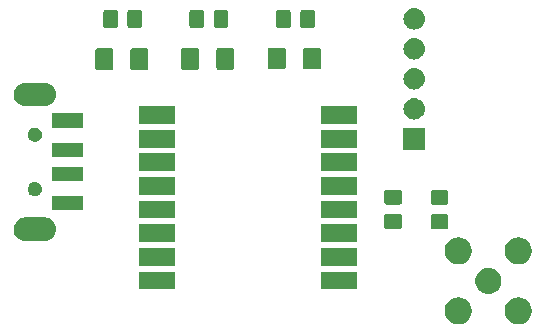
<source format=gts>
G04 #@! TF.GenerationSoftware,KiCad,Pcbnew,(5.1.2)-1*
G04 #@! TF.CreationDate,2020-02-23T20:15:25-05:00*
G04 #@! TF.ProjectId,telemetry_receiver,74656c65-6d65-4747-9279-5f7265636569,rev?*
G04 #@! TF.SameCoordinates,Original*
G04 #@! TF.FileFunction,Soldermask,Top*
G04 #@! TF.FilePolarity,Negative*
%FSLAX46Y46*%
G04 Gerber Fmt 4.6, Leading zero omitted, Abs format (unit mm)*
G04 Created by KiCad (PCBNEW (5.1.2)-1) date 2020-02-23 20:15:25*
%MOMM*%
%LPD*%
G04 APERTURE LIST*
%ADD10C,0.100000*%
G04 APERTURE END LIST*
D10*
G36*
X151245329Y-99968196D02*
G01*
X151356514Y-99990312D01*
X151565983Y-100077077D01*
X151754500Y-100203040D01*
X151914820Y-100363360D01*
X152040783Y-100551877D01*
X152127548Y-100761346D01*
X152171780Y-100983716D01*
X152171780Y-101210444D01*
X152127548Y-101432814D01*
X152040783Y-101642283D01*
X151914820Y-101830800D01*
X151754500Y-101991120D01*
X151565983Y-102117083D01*
X151356514Y-102203848D01*
X151245329Y-102225964D01*
X151134145Y-102248080D01*
X150907415Y-102248080D01*
X150796231Y-102225964D01*
X150685046Y-102203848D01*
X150475577Y-102117083D01*
X150287060Y-101991120D01*
X150126740Y-101830800D01*
X150000777Y-101642283D01*
X149914012Y-101432814D01*
X149869780Y-101210444D01*
X149869780Y-100983716D01*
X149914012Y-100761346D01*
X150000777Y-100551877D01*
X150126740Y-100363360D01*
X150287060Y-100203040D01*
X150475577Y-100077077D01*
X150685046Y-99990312D01*
X150796231Y-99968196D01*
X150907415Y-99946080D01*
X151134145Y-99946080D01*
X151245329Y-99968196D01*
X151245329Y-99968196D01*
G37*
G36*
X146165329Y-99968196D02*
G01*
X146276514Y-99990312D01*
X146485983Y-100077077D01*
X146674500Y-100203040D01*
X146834820Y-100363360D01*
X146960783Y-100551877D01*
X147047548Y-100761346D01*
X147091780Y-100983716D01*
X147091780Y-101210444D01*
X147047548Y-101432814D01*
X146960783Y-101642283D01*
X146834820Y-101830800D01*
X146674500Y-101991120D01*
X146485983Y-102117083D01*
X146276514Y-102203848D01*
X146165329Y-102225964D01*
X146054145Y-102248080D01*
X145827415Y-102248080D01*
X145716231Y-102225964D01*
X145605046Y-102203848D01*
X145395577Y-102117083D01*
X145207060Y-101991120D01*
X145046740Y-101830800D01*
X144920777Y-101642283D01*
X144834012Y-101432814D01*
X144789780Y-101210444D01*
X144789780Y-100983716D01*
X144834012Y-100761346D01*
X144920777Y-100551877D01*
X145046740Y-100363360D01*
X145207060Y-100203040D01*
X145395577Y-100077077D01*
X145605046Y-99990312D01*
X145716231Y-99968196D01*
X145827415Y-99946080D01*
X146054145Y-99946080D01*
X146165329Y-99968196D01*
X146165329Y-99968196D01*
G37*
G36*
X148695574Y-97477235D02*
G01*
X148801930Y-97498391D01*
X148902114Y-97539889D01*
X149002300Y-97581387D01*
X149182624Y-97701875D01*
X149335985Y-97855236D01*
X149456473Y-98035560D01*
X149539469Y-98235931D01*
X149581780Y-98448640D01*
X149581780Y-98665520D01*
X149539469Y-98878229D01*
X149456473Y-99078600D01*
X149335985Y-99258924D01*
X149182624Y-99412285D01*
X149002300Y-99532773D01*
X148801930Y-99615769D01*
X148695574Y-99636925D01*
X148589220Y-99658080D01*
X148372340Y-99658080D01*
X148265986Y-99636925D01*
X148159630Y-99615769D01*
X148059446Y-99574271D01*
X147959260Y-99532773D01*
X147778936Y-99412285D01*
X147625575Y-99258924D01*
X147505087Y-99078600D01*
X147422091Y-98878229D01*
X147379780Y-98665520D01*
X147379780Y-98448640D01*
X147422091Y-98235931D01*
X147505087Y-98035560D01*
X147625575Y-97855236D01*
X147778936Y-97701875D01*
X147959260Y-97581387D01*
X148059446Y-97539889D01*
X148159630Y-97498391D01*
X148265986Y-97477235D01*
X148372340Y-97456080D01*
X148589220Y-97456080D01*
X148695574Y-97477235D01*
X148695574Y-97477235D01*
G37*
G36*
X121968600Y-99267200D02*
G01*
X118866600Y-99267200D01*
X118866600Y-97765200D01*
X121968600Y-97765200D01*
X121968600Y-99267200D01*
X121968600Y-99267200D01*
G37*
G36*
X137368600Y-99267200D02*
G01*
X134266600Y-99267200D01*
X134266600Y-97765200D01*
X137368600Y-97765200D01*
X137368600Y-99267200D01*
X137368600Y-99267200D01*
G37*
G36*
X121968600Y-97267200D02*
G01*
X118866600Y-97267200D01*
X118866600Y-95765200D01*
X121968600Y-95765200D01*
X121968600Y-97267200D01*
X121968600Y-97267200D01*
G37*
G36*
X137368600Y-97267200D02*
G01*
X134266600Y-97267200D01*
X134266600Y-95765200D01*
X137368600Y-95765200D01*
X137368600Y-97267200D01*
X137368600Y-97267200D01*
G37*
G36*
X146165329Y-94888196D02*
G01*
X146276514Y-94910312D01*
X146485983Y-94997077D01*
X146674500Y-95123040D01*
X146834820Y-95283360D01*
X146960783Y-95471877D01*
X147047548Y-95681346D01*
X147091780Y-95903716D01*
X147091780Y-96130444D01*
X147047548Y-96352814D01*
X146960783Y-96562283D01*
X146834820Y-96750800D01*
X146674500Y-96911120D01*
X146485983Y-97037083D01*
X146276514Y-97123848D01*
X146165329Y-97145964D01*
X146054145Y-97168080D01*
X145827415Y-97168080D01*
X145716231Y-97145964D01*
X145605046Y-97123848D01*
X145395577Y-97037083D01*
X145207060Y-96911120D01*
X145046740Y-96750800D01*
X144920777Y-96562283D01*
X144834012Y-96352814D01*
X144789780Y-96130444D01*
X144789780Y-95903716D01*
X144834012Y-95681346D01*
X144920777Y-95471877D01*
X145046740Y-95283360D01*
X145207060Y-95123040D01*
X145395577Y-94997077D01*
X145605046Y-94910312D01*
X145716231Y-94888196D01*
X145827415Y-94866080D01*
X146054145Y-94866080D01*
X146165329Y-94888196D01*
X146165329Y-94888196D01*
G37*
G36*
X151245329Y-94888196D02*
G01*
X151356514Y-94910312D01*
X151565983Y-94997077D01*
X151754500Y-95123040D01*
X151914820Y-95283360D01*
X152040783Y-95471877D01*
X152127548Y-95681346D01*
X152171780Y-95903716D01*
X152171780Y-96130444D01*
X152127548Y-96352814D01*
X152040783Y-96562283D01*
X151914820Y-96750800D01*
X151754500Y-96911120D01*
X151565983Y-97037083D01*
X151356514Y-97123848D01*
X151245329Y-97145964D01*
X151134145Y-97168080D01*
X150907415Y-97168080D01*
X150796231Y-97145964D01*
X150685046Y-97123848D01*
X150475577Y-97037083D01*
X150287060Y-96911120D01*
X150126740Y-96750800D01*
X150000777Y-96562283D01*
X149914012Y-96352814D01*
X149869780Y-96130444D01*
X149869780Y-95903716D01*
X149914012Y-95681346D01*
X150000777Y-95471877D01*
X150126740Y-95283360D01*
X150287060Y-95123040D01*
X150475577Y-94997077D01*
X150685046Y-94910312D01*
X150796231Y-94888196D01*
X150907415Y-94866080D01*
X151134145Y-94866080D01*
X151245329Y-94888196D01*
X151245329Y-94888196D01*
G37*
G36*
X121968600Y-95267200D02*
G01*
X118866600Y-95267200D01*
X118866600Y-93765200D01*
X121968600Y-93765200D01*
X121968600Y-95267200D01*
X121968600Y-95267200D01*
G37*
G36*
X137368600Y-95267200D02*
G01*
X134266600Y-95267200D01*
X134266600Y-93765200D01*
X137368600Y-93765200D01*
X137368600Y-95267200D01*
X137368600Y-95267200D01*
G37*
G36*
X111079828Y-93192083D02*
G01*
X111268522Y-93249323D01*
X111442415Y-93342271D01*
X111594839Y-93467361D01*
X111719929Y-93619785D01*
X111812877Y-93793678D01*
X111870117Y-93982372D01*
X111889443Y-94178600D01*
X111870117Y-94374828D01*
X111812877Y-94563522D01*
X111719929Y-94737415D01*
X111594839Y-94889839D01*
X111442415Y-95014929D01*
X111268522Y-95107877D01*
X111079828Y-95165117D01*
X110932775Y-95179600D01*
X109234425Y-95179600D01*
X109087372Y-95165117D01*
X108898678Y-95107877D01*
X108724785Y-95014929D01*
X108572361Y-94889839D01*
X108447271Y-94737415D01*
X108354323Y-94563522D01*
X108297083Y-94374828D01*
X108277757Y-94178600D01*
X108297083Y-93982372D01*
X108354323Y-93793678D01*
X108447271Y-93619785D01*
X108572361Y-93467361D01*
X108724785Y-93342271D01*
X108898678Y-93249323D01*
X109087372Y-93192083D01*
X109234425Y-93177600D01*
X110932775Y-93177600D01*
X111079828Y-93192083D01*
X111079828Y-93192083D01*
G37*
G36*
X144936874Y-92910265D02*
G01*
X144974567Y-92921699D01*
X145009303Y-92940266D01*
X145039748Y-92965252D01*
X145064734Y-92995697D01*
X145083301Y-93030433D01*
X145094735Y-93068126D01*
X145099200Y-93113461D01*
X145099200Y-93950139D01*
X145094735Y-93995474D01*
X145083301Y-94033167D01*
X145064734Y-94067903D01*
X145039748Y-94098348D01*
X145009303Y-94123334D01*
X144974567Y-94141901D01*
X144936874Y-94153335D01*
X144891539Y-94157800D01*
X143804861Y-94157800D01*
X143759526Y-94153335D01*
X143721833Y-94141901D01*
X143687097Y-94123334D01*
X143656652Y-94098348D01*
X143631666Y-94067903D01*
X143613099Y-94033167D01*
X143601665Y-93995474D01*
X143597200Y-93950139D01*
X143597200Y-93113461D01*
X143601665Y-93068126D01*
X143613099Y-93030433D01*
X143631666Y-92995697D01*
X143656652Y-92965252D01*
X143687097Y-92940266D01*
X143721833Y-92921699D01*
X143759526Y-92910265D01*
X143804861Y-92905800D01*
X144891539Y-92905800D01*
X144936874Y-92910265D01*
X144936874Y-92910265D01*
G37*
G36*
X140999874Y-92893865D02*
G01*
X141037567Y-92905299D01*
X141072303Y-92923866D01*
X141102748Y-92948852D01*
X141127734Y-92979297D01*
X141146301Y-93014033D01*
X141157735Y-93051726D01*
X141162200Y-93097061D01*
X141162200Y-93933739D01*
X141157735Y-93979074D01*
X141146301Y-94016767D01*
X141127734Y-94051503D01*
X141102748Y-94081948D01*
X141072303Y-94106934D01*
X141037567Y-94125501D01*
X140999874Y-94136935D01*
X140954539Y-94141400D01*
X139867861Y-94141400D01*
X139822526Y-94136935D01*
X139784833Y-94125501D01*
X139750097Y-94106934D01*
X139719652Y-94081948D01*
X139694666Y-94051503D01*
X139676099Y-94016767D01*
X139664665Y-93979074D01*
X139660200Y-93933739D01*
X139660200Y-93097061D01*
X139664665Y-93051726D01*
X139676099Y-93014033D01*
X139694666Y-92979297D01*
X139719652Y-92948852D01*
X139750097Y-92923866D01*
X139784833Y-92905299D01*
X139822526Y-92893865D01*
X139867861Y-92889400D01*
X140954539Y-92889400D01*
X140999874Y-92893865D01*
X140999874Y-92893865D01*
G37*
G36*
X137368600Y-93267200D02*
G01*
X134266600Y-93267200D01*
X134266600Y-91765200D01*
X137368600Y-91765200D01*
X137368600Y-93267200D01*
X137368600Y-93267200D01*
G37*
G36*
X121968600Y-93267200D02*
G01*
X118866600Y-93267200D01*
X118866600Y-91765200D01*
X121968600Y-91765200D01*
X121968600Y-93267200D01*
X121968600Y-93267200D01*
G37*
G36*
X114134600Y-92579600D02*
G01*
X111532600Y-92579600D01*
X111532600Y-91377600D01*
X114134600Y-91377600D01*
X114134600Y-92579600D01*
X114134600Y-92579600D01*
G37*
G36*
X144936874Y-90860265D02*
G01*
X144974567Y-90871699D01*
X145009303Y-90890266D01*
X145039748Y-90915252D01*
X145064734Y-90945697D01*
X145083301Y-90980433D01*
X145094735Y-91018126D01*
X145099200Y-91063461D01*
X145099200Y-91900139D01*
X145094735Y-91945474D01*
X145083301Y-91983167D01*
X145064734Y-92017903D01*
X145039748Y-92048348D01*
X145009303Y-92073334D01*
X144974567Y-92091901D01*
X144936874Y-92103335D01*
X144891539Y-92107800D01*
X143804861Y-92107800D01*
X143759526Y-92103335D01*
X143721833Y-92091901D01*
X143687097Y-92073334D01*
X143656652Y-92048348D01*
X143631666Y-92017903D01*
X143613099Y-91983167D01*
X143601665Y-91945474D01*
X143597200Y-91900139D01*
X143597200Y-91063461D01*
X143601665Y-91018126D01*
X143613099Y-90980433D01*
X143631666Y-90945697D01*
X143656652Y-90915252D01*
X143687097Y-90890266D01*
X143721833Y-90871699D01*
X143759526Y-90860265D01*
X143804861Y-90855800D01*
X144891539Y-90855800D01*
X144936874Y-90860265D01*
X144936874Y-90860265D01*
G37*
G36*
X140999874Y-90843865D02*
G01*
X141037567Y-90855299D01*
X141072303Y-90873866D01*
X141102748Y-90898852D01*
X141127734Y-90929297D01*
X141146301Y-90964033D01*
X141157735Y-91001726D01*
X141162200Y-91047061D01*
X141162200Y-91883739D01*
X141157735Y-91929074D01*
X141146301Y-91966767D01*
X141127734Y-92001503D01*
X141102748Y-92031948D01*
X141072303Y-92056934D01*
X141037567Y-92075501D01*
X140999874Y-92086935D01*
X140954539Y-92091400D01*
X139867861Y-92091400D01*
X139822526Y-92086935D01*
X139784833Y-92075501D01*
X139750097Y-92056934D01*
X139719652Y-92031948D01*
X139694666Y-92001503D01*
X139676099Y-91966767D01*
X139664665Y-91929074D01*
X139660200Y-91883739D01*
X139660200Y-91047061D01*
X139664665Y-91001726D01*
X139676099Y-90964033D01*
X139694666Y-90929297D01*
X139719652Y-90898852D01*
X139750097Y-90873866D01*
X139784833Y-90855299D01*
X139822526Y-90843865D01*
X139867861Y-90839400D01*
X140954539Y-90839400D01*
X140999874Y-90843865D01*
X140999874Y-90843865D01*
G37*
G36*
X110220201Y-90192997D02*
G01*
X110258905Y-90200696D01*
X110290940Y-90213965D01*
X110368280Y-90246000D01*
X110466715Y-90311773D01*
X110550427Y-90395485D01*
X110616200Y-90493920D01*
X110661504Y-90603296D01*
X110684600Y-90719405D01*
X110684600Y-90837795D01*
X110661504Y-90953904D01*
X110616200Y-91063280D01*
X110550427Y-91161715D01*
X110466715Y-91245427D01*
X110368280Y-91311200D01*
X110290940Y-91343235D01*
X110258905Y-91356504D01*
X110220201Y-91364203D01*
X110142795Y-91379600D01*
X110024405Y-91379600D01*
X109946999Y-91364203D01*
X109908295Y-91356504D01*
X109876260Y-91343235D01*
X109798920Y-91311200D01*
X109700485Y-91245427D01*
X109616773Y-91161715D01*
X109551000Y-91063280D01*
X109505696Y-90953904D01*
X109482600Y-90837795D01*
X109482600Y-90719405D01*
X109505696Y-90603296D01*
X109551000Y-90493920D01*
X109616773Y-90395485D01*
X109700485Y-90311773D01*
X109798920Y-90246000D01*
X109876260Y-90213965D01*
X109908295Y-90200696D01*
X109946999Y-90192997D01*
X110024405Y-90177600D01*
X110142795Y-90177600D01*
X110220201Y-90192997D01*
X110220201Y-90192997D01*
G37*
G36*
X137368600Y-91267200D02*
G01*
X134266600Y-91267200D01*
X134266600Y-89765200D01*
X137368600Y-89765200D01*
X137368600Y-91267200D01*
X137368600Y-91267200D01*
G37*
G36*
X121968600Y-91267200D02*
G01*
X118866600Y-91267200D01*
X118866600Y-89765200D01*
X121968600Y-89765200D01*
X121968600Y-91267200D01*
X121968600Y-91267200D01*
G37*
G36*
X114134600Y-90079600D02*
G01*
X111532600Y-90079600D01*
X111532600Y-88877600D01*
X114134600Y-88877600D01*
X114134600Y-90079600D01*
X114134600Y-90079600D01*
G37*
G36*
X121968600Y-89267200D02*
G01*
X118866600Y-89267200D01*
X118866600Y-87765200D01*
X121968600Y-87765200D01*
X121968600Y-89267200D01*
X121968600Y-89267200D01*
G37*
G36*
X137368600Y-89267200D02*
G01*
X134266600Y-89267200D01*
X134266600Y-87765200D01*
X137368600Y-87765200D01*
X137368600Y-89267200D01*
X137368600Y-89267200D01*
G37*
G36*
X114134600Y-88079600D02*
G01*
X111532600Y-88079600D01*
X111532600Y-86877600D01*
X114134600Y-86877600D01*
X114134600Y-88079600D01*
X114134600Y-88079600D01*
G37*
G36*
X143090200Y-87438800D02*
G01*
X141288200Y-87438800D01*
X141288200Y-85636800D01*
X143090200Y-85636800D01*
X143090200Y-87438800D01*
X143090200Y-87438800D01*
G37*
G36*
X121968600Y-87267200D02*
G01*
X118866600Y-87267200D01*
X118866600Y-85765200D01*
X121968600Y-85765200D01*
X121968600Y-87267200D01*
X121968600Y-87267200D01*
G37*
G36*
X137368600Y-87267200D02*
G01*
X134266600Y-87267200D01*
X134266600Y-85765200D01*
X137368600Y-85765200D01*
X137368600Y-87267200D01*
X137368600Y-87267200D01*
G37*
G36*
X110220201Y-85592997D02*
G01*
X110258905Y-85600696D01*
X110290940Y-85613965D01*
X110368280Y-85646000D01*
X110466715Y-85711773D01*
X110550427Y-85795485D01*
X110616200Y-85893920D01*
X110661504Y-86003296D01*
X110684600Y-86119405D01*
X110684600Y-86237795D01*
X110661504Y-86353904D01*
X110616200Y-86463280D01*
X110550427Y-86561715D01*
X110466715Y-86645427D01*
X110368280Y-86711200D01*
X110290940Y-86743235D01*
X110258905Y-86756504D01*
X110220201Y-86764203D01*
X110142795Y-86779600D01*
X110024405Y-86779600D01*
X109946999Y-86764203D01*
X109908295Y-86756504D01*
X109876260Y-86743235D01*
X109798920Y-86711200D01*
X109700485Y-86645427D01*
X109616773Y-86561715D01*
X109551000Y-86463280D01*
X109505696Y-86353904D01*
X109482600Y-86237795D01*
X109482600Y-86119405D01*
X109505696Y-86003296D01*
X109551000Y-85893920D01*
X109616773Y-85795485D01*
X109700485Y-85711773D01*
X109798920Y-85646000D01*
X109876260Y-85613965D01*
X109908295Y-85600696D01*
X109946999Y-85592997D01*
X110024405Y-85577600D01*
X110142795Y-85577600D01*
X110220201Y-85592997D01*
X110220201Y-85592997D01*
G37*
G36*
X114134600Y-85579600D02*
G01*
X111532600Y-85579600D01*
X111532600Y-84377600D01*
X114134600Y-84377600D01*
X114134600Y-85579600D01*
X114134600Y-85579600D01*
G37*
G36*
X137368600Y-85267200D02*
G01*
X134266600Y-85267200D01*
X134266600Y-83765200D01*
X137368600Y-83765200D01*
X137368600Y-85267200D01*
X137368600Y-85267200D01*
G37*
G36*
X121968600Y-85267200D02*
G01*
X118866600Y-85267200D01*
X118866600Y-83765200D01*
X121968600Y-83765200D01*
X121968600Y-85267200D01*
X121968600Y-85267200D01*
G37*
G36*
X142299642Y-83103318D02*
G01*
X142365827Y-83109837D01*
X142535666Y-83161357D01*
X142535668Y-83161358D01*
X142613928Y-83203189D01*
X142692191Y-83245022D01*
X142727929Y-83274352D01*
X142829386Y-83357614D01*
X142912648Y-83459071D01*
X142941978Y-83494809D01*
X143025643Y-83651334D01*
X143077163Y-83821173D01*
X143094559Y-83997800D01*
X143077163Y-84174427D01*
X143025643Y-84344266D01*
X143025642Y-84344268D01*
X142983811Y-84422528D01*
X142941978Y-84500791D01*
X142912648Y-84536529D01*
X142829386Y-84637986D01*
X142727929Y-84721248D01*
X142692191Y-84750578D01*
X142535666Y-84834243D01*
X142365827Y-84885763D01*
X142299642Y-84892282D01*
X142233460Y-84898800D01*
X142144940Y-84898800D01*
X142078758Y-84892282D01*
X142012573Y-84885763D01*
X141842734Y-84834243D01*
X141686209Y-84750578D01*
X141650471Y-84721248D01*
X141549014Y-84637986D01*
X141465752Y-84536529D01*
X141436422Y-84500791D01*
X141394590Y-84422529D01*
X141352758Y-84344268D01*
X141352757Y-84344266D01*
X141301237Y-84174427D01*
X141283841Y-83997800D01*
X141301237Y-83821173D01*
X141352757Y-83651334D01*
X141436422Y-83494809D01*
X141465752Y-83459071D01*
X141549014Y-83357614D01*
X141650471Y-83274352D01*
X141686209Y-83245022D01*
X141764472Y-83203189D01*
X141842732Y-83161358D01*
X141842734Y-83161357D01*
X142012573Y-83109837D01*
X142078758Y-83103318D01*
X142144940Y-83096800D01*
X142233460Y-83096800D01*
X142299642Y-83103318D01*
X142299642Y-83103318D01*
G37*
G36*
X111079828Y-81792083D02*
G01*
X111268522Y-81849323D01*
X111442415Y-81942271D01*
X111594839Y-82067361D01*
X111719929Y-82219785D01*
X111812877Y-82393678D01*
X111870117Y-82582372D01*
X111889443Y-82778600D01*
X111870117Y-82974828D01*
X111870116Y-82974830D01*
X111813534Y-83161358D01*
X111812877Y-83163522D01*
X111719929Y-83337415D01*
X111594839Y-83489839D01*
X111442415Y-83614929D01*
X111268522Y-83707877D01*
X111079828Y-83765117D01*
X110932775Y-83779600D01*
X109234425Y-83779600D01*
X109087372Y-83765117D01*
X108898678Y-83707877D01*
X108724785Y-83614929D01*
X108572361Y-83489839D01*
X108447271Y-83337415D01*
X108354323Y-83163522D01*
X108353667Y-83161358D01*
X108297084Y-82974830D01*
X108297083Y-82974828D01*
X108277757Y-82778600D01*
X108297083Y-82582372D01*
X108354323Y-82393678D01*
X108447271Y-82219785D01*
X108572361Y-82067361D01*
X108724785Y-81942271D01*
X108898678Y-81849323D01*
X109087372Y-81792083D01*
X109234425Y-81777600D01*
X110932775Y-81777600D01*
X111079828Y-81792083D01*
X111079828Y-81792083D01*
G37*
G36*
X142295789Y-80562939D02*
G01*
X142365827Y-80569837D01*
X142535666Y-80621357D01*
X142535668Y-80621358D01*
X142601601Y-80656600D01*
X142692191Y-80705022D01*
X142727929Y-80734352D01*
X142829386Y-80817614D01*
X142912648Y-80919071D01*
X142941978Y-80954809D01*
X143025643Y-81111334D01*
X143077163Y-81281173D01*
X143094559Y-81457800D01*
X143077163Y-81634427D01*
X143025643Y-81804266D01*
X142941978Y-81960791D01*
X142912648Y-81996529D01*
X142829386Y-82097986D01*
X142727929Y-82181248D01*
X142692191Y-82210578D01*
X142535666Y-82294243D01*
X142365827Y-82345763D01*
X142299642Y-82352282D01*
X142233460Y-82358800D01*
X142144940Y-82358800D01*
X142078758Y-82352282D01*
X142012573Y-82345763D01*
X141842734Y-82294243D01*
X141686209Y-82210578D01*
X141650471Y-82181248D01*
X141549014Y-82097986D01*
X141465752Y-81996529D01*
X141436422Y-81960791D01*
X141352757Y-81804266D01*
X141301237Y-81634427D01*
X141283841Y-81457800D01*
X141301237Y-81281173D01*
X141352757Y-81111334D01*
X141436422Y-80954809D01*
X141465752Y-80919071D01*
X141549014Y-80817614D01*
X141650471Y-80734352D01*
X141686209Y-80705022D01*
X141776799Y-80656600D01*
X141842732Y-80621358D01*
X141842734Y-80621357D01*
X142012573Y-80569837D01*
X142082611Y-80562939D01*
X142144940Y-80556800D01*
X142233460Y-80556800D01*
X142295789Y-80562939D01*
X142295789Y-80562939D01*
G37*
G36*
X116564062Y-78859581D02*
G01*
X116598981Y-78870174D01*
X116631163Y-78887376D01*
X116659373Y-78910527D01*
X116682524Y-78938737D01*
X116699726Y-78970919D01*
X116710319Y-79005838D01*
X116714500Y-79048295D01*
X116714500Y-80514505D01*
X116710319Y-80556962D01*
X116699726Y-80591881D01*
X116682524Y-80624063D01*
X116659373Y-80652273D01*
X116631163Y-80675424D01*
X116598981Y-80692626D01*
X116564062Y-80703219D01*
X116521605Y-80707400D01*
X115380395Y-80707400D01*
X115337938Y-80703219D01*
X115303019Y-80692626D01*
X115270837Y-80675424D01*
X115242627Y-80652273D01*
X115219476Y-80624063D01*
X115202274Y-80591881D01*
X115191681Y-80556962D01*
X115187500Y-80514505D01*
X115187500Y-79048295D01*
X115191681Y-79005838D01*
X115202274Y-78970919D01*
X115219476Y-78938737D01*
X115242627Y-78910527D01*
X115270837Y-78887376D01*
X115303019Y-78870174D01*
X115337938Y-78859581D01*
X115380395Y-78855400D01*
X116521605Y-78855400D01*
X116564062Y-78859581D01*
X116564062Y-78859581D01*
G37*
G36*
X119539062Y-78859581D02*
G01*
X119573981Y-78870174D01*
X119606163Y-78887376D01*
X119634373Y-78910527D01*
X119657524Y-78938737D01*
X119674726Y-78970919D01*
X119685319Y-79005838D01*
X119689500Y-79048295D01*
X119689500Y-80514505D01*
X119685319Y-80556962D01*
X119674726Y-80591881D01*
X119657524Y-80624063D01*
X119634373Y-80652273D01*
X119606163Y-80675424D01*
X119573981Y-80692626D01*
X119539062Y-80703219D01*
X119496605Y-80707400D01*
X118355395Y-80707400D01*
X118312938Y-80703219D01*
X118278019Y-80692626D01*
X118245837Y-80675424D01*
X118217627Y-80652273D01*
X118194476Y-80624063D01*
X118177274Y-80591881D01*
X118166681Y-80556962D01*
X118162500Y-80514505D01*
X118162500Y-79048295D01*
X118166681Y-79005838D01*
X118177274Y-78970919D01*
X118194476Y-78938737D01*
X118217627Y-78910527D01*
X118245837Y-78887376D01*
X118278019Y-78870174D01*
X118312938Y-78859581D01*
X118355395Y-78855400D01*
X119496605Y-78855400D01*
X119539062Y-78859581D01*
X119539062Y-78859581D01*
G37*
G36*
X126828862Y-78834181D02*
G01*
X126863781Y-78844774D01*
X126895963Y-78861976D01*
X126924173Y-78885127D01*
X126947324Y-78913337D01*
X126964526Y-78945519D01*
X126975119Y-78980438D01*
X126979300Y-79022895D01*
X126979300Y-80489105D01*
X126975119Y-80531562D01*
X126964526Y-80566481D01*
X126947324Y-80598663D01*
X126924173Y-80626873D01*
X126895963Y-80650024D01*
X126863781Y-80667226D01*
X126828862Y-80677819D01*
X126786405Y-80682000D01*
X125645195Y-80682000D01*
X125602738Y-80677819D01*
X125567819Y-80667226D01*
X125535637Y-80650024D01*
X125507427Y-80626873D01*
X125484276Y-80598663D01*
X125467074Y-80566481D01*
X125456481Y-80531562D01*
X125452300Y-80489105D01*
X125452300Y-79022895D01*
X125456481Y-78980438D01*
X125467074Y-78945519D01*
X125484276Y-78913337D01*
X125507427Y-78885127D01*
X125535637Y-78861976D01*
X125567819Y-78844774D01*
X125602738Y-78834181D01*
X125645195Y-78830000D01*
X126786405Y-78830000D01*
X126828862Y-78834181D01*
X126828862Y-78834181D01*
G37*
G36*
X123853862Y-78834181D02*
G01*
X123888781Y-78844774D01*
X123920963Y-78861976D01*
X123949173Y-78885127D01*
X123972324Y-78913337D01*
X123989526Y-78945519D01*
X124000119Y-78980438D01*
X124004300Y-79022895D01*
X124004300Y-80489105D01*
X124000119Y-80531562D01*
X123989526Y-80566481D01*
X123972324Y-80598663D01*
X123949173Y-80626873D01*
X123920963Y-80650024D01*
X123888781Y-80667226D01*
X123853862Y-80677819D01*
X123811405Y-80682000D01*
X122670195Y-80682000D01*
X122627738Y-80677819D01*
X122592819Y-80667226D01*
X122560637Y-80650024D01*
X122532427Y-80626873D01*
X122509276Y-80598663D01*
X122492074Y-80566481D01*
X122481481Y-80531562D01*
X122477300Y-80489105D01*
X122477300Y-79022895D01*
X122481481Y-78980438D01*
X122492074Y-78945519D01*
X122509276Y-78913337D01*
X122532427Y-78885127D01*
X122560637Y-78861976D01*
X122592819Y-78844774D01*
X122627738Y-78834181D01*
X122670195Y-78830000D01*
X123811405Y-78830000D01*
X123853862Y-78834181D01*
X123853862Y-78834181D01*
G37*
G36*
X134155162Y-78808781D02*
G01*
X134190081Y-78819374D01*
X134222263Y-78836576D01*
X134250473Y-78859727D01*
X134273624Y-78887937D01*
X134290826Y-78920119D01*
X134301419Y-78955038D01*
X134305600Y-78997495D01*
X134305600Y-80463705D01*
X134301419Y-80506162D01*
X134290826Y-80541081D01*
X134273624Y-80573263D01*
X134250473Y-80601473D01*
X134222263Y-80624624D01*
X134190081Y-80641826D01*
X134155162Y-80652419D01*
X134112705Y-80656600D01*
X132971495Y-80656600D01*
X132929038Y-80652419D01*
X132894119Y-80641826D01*
X132861937Y-80624624D01*
X132833727Y-80601473D01*
X132810576Y-80573263D01*
X132793374Y-80541081D01*
X132782781Y-80506162D01*
X132778600Y-80463705D01*
X132778600Y-78997495D01*
X132782781Y-78955038D01*
X132793374Y-78920119D01*
X132810576Y-78887937D01*
X132833727Y-78859727D01*
X132861937Y-78836576D01*
X132894119Y-78819374D01*
X132929038Y-78808781D01*
X132971495Y-78804600D01*
X134112705Y-78804600D01*
X134155162Y-78808781D01*
X134155162Y-78808781D01*
G37*
G36*
X131180162Y-78808781D02*
G01*
X131215081Y-78819374D01*
X131247263Y-78836576D01*
X131275473Y-78859727D01*
X131298624Y-78887937D01*
X131315826Y-78920119D01*
X131326419Y-78955038D01*
X131330600Y-78997495D01*
X131330600Y-80463705D01*
X131326419Y-80506162D01*
X131315826Y-80541081D01*
X131298624Y-80573263D01*
X131275473Y-80601473D01*
X131247263Y-80624624D01*
X131215081Y-80641826D01*
X131180162Y-80652419D01*
X131137705Y-80656600D01*
X129996495Y-80656600D01*
X129954038Y-80652419D01*
X129919119Y-80641826D01*
X129886937Y-80624624D01*
X129858727Y-80601473D01*
X129835576Y-80573263D01*
X129818374Y-80541081D01*
X129807781Y-80506162D01*
X129803600Y-80463705D01*
X129803600Y-78997495D01*
X129807781Y-78955038D01*
X129818374Y-78920119D01*
X129835576Y-78887937D01*
X129858727Y-78859727D01*
X129886937Y-78836576D01*
X129919119Y-78819374D01*
X129954038Y-78808781D01*
X129996495Y-78804600D01*
X131137705Y-78804600D01*
X131180162Y-78808781D01*
X131180162Y-78808781D01*
G37*
G36*
X142299643Y-78023319D02*
G01*
X142365827Y-78029837D01*
X142535666Y-78081357D01*
X142692191Y-78165022D01*
X142727929Y-78194352D01*
X142829386Y-78277614D01*
X142912648Y-78379071D01*
X142941978Y-78414809D01*
X143025643Y-78571334D01*
X143077163Y-78741173D01*
X143094559Y-78917800D01*
X143077163Y-79094427D01*
X143025643Y-79264266D01*
X142941978Y-79420791D01*
X142912648Y-79456529D01*
X142829386Y-79557986D01*
X142727929Y-79641248D01*
X142692191Y-79670578D01*
X142535666Y-79754243D01*
X142365827Y-79805763D01*
X142299642Y-79812282D01*
X142233460Y-79818800D01*
X142144940Y-79818800D01*
X142078758Y-79812282D01*
X142012573Y-79805763D01*
X141842734Y-79754243D01*
X141686209Y-79670578D01*
X141650471Y-79641248D01*
X141549014Y-79557986D01*
X141465752Y-79456529D01*
X141436422Y-79420791D01*
X141352757Y-79264266D01*
X141301237Y-79094427D01*
X141283841Y-78917800D01*
X141301237Y-78741173D01*
X141352757Y-78571334D01*
X141436422Y-78414809D01*
X141465752Y-78379071D01*
X141549014Y-78277614D01*
X141650471Y-78194352D01*
X141686209Y-78165022D01*
X141842734Y-78081357D01*
X142012573Y-78029837D01*
X142078757Y-78023319D01*
X142144940Y-78016800D01*
X142233460Y-78016800D01*
X142299643Y-78023319D01*
X142299643Y-78023319D01*
G37*
G36*
X142299642Y-75483318D02*
G01*
X142365827Y-75489837D01*
X142535666Y-75541357D01*
X142692191Y-75625022D01*
X142700730Y-75632030D01*
X142829386Y-75737614D01*
X142908865Y-75834461D01*
X142941978Y-75874809D01*
X143025643Y-76031334D01*
X143077163Y-76201173D01*
X143094559Y-76377800D01*
X143077163Y-76554427D01*
X143025643Y-76724266D01*
X142941978Y-76880791D01*
X142918232Y-76909725D01*
X142829386Y-77017986D01*
X142750249Y-77082931D01*
X142692191Y-77130578D01*
X142535666Y-77214243D01*
X142365827Y-77265763D01*
X142299643Y-77272281D01*
X142233460Y-77278800D01*
X142144940Y-77278800D01*
X142078757Y-77272281D01*
X142012573Y-77265763D01*
X141842734Y-77214243D01*
X141686209Y-77130578D01*
X141628151Y-77082931D01*
X141549014Y-77017986D01*
X141460168Y-76909725D01*
X141436422Y-76880791D01*
X141352757Y-76724266D01*
X141301237Y-76554427D01*
X141283841Y-76377800D01*
X141301237Y-76201173D01*
X141352757Y-76031334D01*
X141436422Y-75874809D01*
X141469535Y-75834461D01*
X141549014Y-75737614D01*
X141677670Y-75632030D01*
X141686209Y-75625022D01*
X141842734Y-75541357D01*
X142012573Y-75489837D01*
X142078758Y-75483318D01*
X142144940Y-75476800D01*
X142233460Y-75476800D01*
X142299642Y-75483318D01*
X142299642Y-75483318D01*
G37*
G36*
X131578474Y-75631265D02*
G01*
X131616167Y-75642699D01*
X131650903Y-75661266D01*
X131681348Y-75686252D01*
X131706334Y-75716697D01*
X131724901Y-75751433D01*
X131736335Y-75789126D01*
X131740800Y-75834461D01*
X131740800Y-76921139D01*
X131736335Y-76966474D01*
X131724901Y-77004167D01*
X131706334Y-77038903D01*
X131681348Y-77069348D01*
X131650903Y-77094334D01*
X131616167Y-77112901D01*
X131578474Y-77124335D01*
X131533139Y-77128800D01*
X130696461Y-77128800D01*
X130651126Y-77124335D01*
X130613433Y-77112901D01*
X130578697Y-77094334D01*
X130548252Y-77069348D01*
X130523266Y-77038903D01*
X130504699Y-77004167D01*
X130493265Y-76966474D01*
X130488800Y-76921139D01*
X130488800Y-75834461D01*
X130493265Y-75789126D01*
X130504699Y-75751433D01*
X130523266Y-75716697D01*
X130548252Y-75686252D01*
X130578697Y-75661266D01*
X130613433Y-75642699D01*
X130651126Y-75631265D01*
X130696461Y-75626800D01*
X131533139Y-75626800D01*
X131578474Y-75631265D01*
X131578474Y-75631265D01*
G37*
G36*
X133628474Y-75631265D02*
G01*
X133666167Y-75642699D01*
X133700903Y-75661266D01*
X133731348Y-75686252D01*
X133756334Y-75716697D01*
X133774901Y-75751433D01*
X133786335Y-75789126D01*
X133790800Y-75834461D01*
X133790800Y-76921139D01*
X133786335Y-76966474D01*
X133774901Y-77004167D01*
X133756334Y-77038903D01*
X133731348Y-77069348D01*
X133700903Y-77094334D01*
X133666167Y-77112901D01*
X133628474Y-77124335D01*
X133583139Y-77128800D01*
X132746461Y-77128800D01*
X132701126Y-77124335D01*
X132663433Y-77112901D01*
X132628697Y-77094334D01*
X132598252Y-77069348D01*
X132573266Y-77038903D01*
X132554699Y-77004167D01*
X132543265Y-76966474D01*
X132538800Y-76921139D01*
X132538800Y-75834461D01*
X132543265Y-75789126D01*
X132554699Y-75751433D01*
X132573266Y-75716697D01*
X132598252Y-75686252D01*
X132628697Y-75661266D01*
X132663433Y-75642699D01*
X132701126Y-75631265D01*
X132746461Y-75626800D01*
X133583139Y-75626800D01*
X133628474Y-75631265D01*
X133628474Y-75631265D01*
G37*
G36*
X126304274Y-75631265D02*
G01*
X126341967Y-75642699D01*
X126376703Y-75661266D01*
X126407148Y-75686252D01*
X126432134Y-75716697D01*
X126450701Y-75751433D01*
X126462135Y-75789126D01*
X126466600Y-75834461D01*
X126466600Y-76921139D01*
X126462135Y-76966474D01*
X126450701Y-77004167D01*
X126432134Y-77038903D01*
X126407148Y-77069348D01*
X126376703Y-77094334D01*
X126341967Y-77112901D01*
X126304274Y-77124335D01*
X126258939Y-77128800D01*
X125422261Y-77128800D01*
X125376926Y-77124335D01*
X125339233Y-77112901D01*
X125304497Y-77094334D01*
X125274052Y-77069348D01*
X125249066Y-77038903D01*
X125230499Y-77004167D01*
X125219065Y-76966474D01*
X125214600Y-76921139D01*
X125214600Y-75834461D01*
X125219065Y-75789126D01*
X125230499Y-75751433D01*
X125249066Y-75716697D01*
X125274052Y-75686252D01*
X125304497Y-75661266D01*
X125339233Y-75642699D01*
X125376926Y-75631265D01*
X125422261Y-75626800D01*
X126258939Y-75626800D01*
X126304274Y-75631265D01*
X126304274Y-75631265D01*
G37*
G36*
X124254274Y-75631265D02*
G01*
X124291967Y-75642699D01*
X124326703Y-75661266D01*
X124357148Y-75686252D01*
X124382134Y-75716697D01*
X124400701Y-75751433D01*
X124412135Y-75789126D01*
X124416600Y-75834461D01*
X124416600Y-76921139D01*
X124412135Y-76966474D01*
X124400701Y-77004167D01*
X124382134Y-77038903D01*
X124357148Y-77069348D01*
X124326703Y-77094334D01*
X124291967Y-77112901D01*
X124254274Y-77124335D01*
X124208939Y-77128800D01*
X123372261Y-77128800D01*
X123326926Y-77124335D01*
X123289233Y-77112901D01*
X123254497Y-77094334D01*
X123224052Y-77069348D01*
X123199066Y-77038903D01*
X123180499Y-77004167D01*
X123169065Y-76966474D01*
X123164600Y-76921139D01*
X123164600Y-75834461D01*
X123169065Y-75789126D01*
X123180499Y-75751433D01*
X123199066Y-75716697D01*
X123224052Y-75686252D01*
X123254497Y-75661266D01*
X123289233Y-75642699D01*
X123326926Y-75631265D01*
X123372261Y-75626800D01*
X124208939Y-75626800D01*
X124254274Y-75631265D01*
X124254274Y-75631265D01*
G37*
G36*
X118998074Y-75631265D02*
G01*
X119035767Y-75642699D01*
X119070503Y-75661266D01*
X119100948Y-75686252D01*
X119125934Y-75716697D01*
X119144501Y-75751433D01*
X119155935Y-75789126D01*
X119160400Y-75834461D01*
X119160400Y-76921139D01*
X119155935Y-76966474D01*
X119144501Y-77004167D01*
X119125934Y-77038903D01*
X119100948Y-77069348D01*
X119070503Y-77094334D01*
X119035767Y-77112901D01*
X118998074Y-77124335D01*
X118952739Y-77128800D01*
X118116061Y-77128800D01*
X118070726Y-77124335D01*
X118033033Y-77112901D01*
X117998297Y-77094334D01*
X117967852Y-77069348D01*
X117942866Y-77038903D01*
X117924299Y-77004167D01*
X117912865Y-76966474D01*
X117908400Y-76921139D01*
X117908400Y-75834461D01*
X117912865Y-75789126D01*
X117924299Y-75751433D01*
X117942866Y-75716697D01*
X117967852Y-75686252D01*
X117998297Y-75661266D01*
X118033033Y-75642699D01*
X118070726Y-75631265D01*
X118116061Y-75626800D01*
X118952739Y-75626800D01*
X118998074Y-75631265D01*
X118998074Y-75631265D01*
G37*
G36*
X116948074Y-75631265D02*
G01*
X116985767Y-75642699D01*
X117020503Y-75661266D01*
X117050948Y-75686252D01*
X117075934Y-75716697D01*
X117094501Y-75751433D01*
X117105935Y-75789126D01*
X117110400Y-75834461D01*
X117110400Y-76921139D01*
X117105935Y-76966474D01*
X117094501Y-77004167D01*
X117075934Y-77038903D01*
X117050948Y-77069348D01*
X117020503Y-77094334D01*
X116985767Y-77112901D01*
X116948074Y-77124335D01*
X116902739Y-77128800D01*
X116066061Y-77128800D01*
X116020726Y-77124335D01*
X115983033Y-77112901D01*
X115948297Y-77094334D01*
X115917852Y-77069348D01*
X115892866Y-77038903D01*
X115874299Y-77004167D01*
X115862865Y-76966474D01*
X115858400Y-76921139D01*
X115858400Y-75834461D01*
X115862865Y-75789126D01*
X115874299Y-75751433D01*
X115892866Y-75716697D01*
X115917852Y-75686252D01*
X115948297Y-75661266D01*
X115983033Y-75642699D01*
X116020726Y-75631265D01*
X116066061Y-75626800D01*
X116902739Y-75626800D01*
X116948074Y-75631265D01*
X116948074Y-75631265D01*
G37*
M02*

</source>
